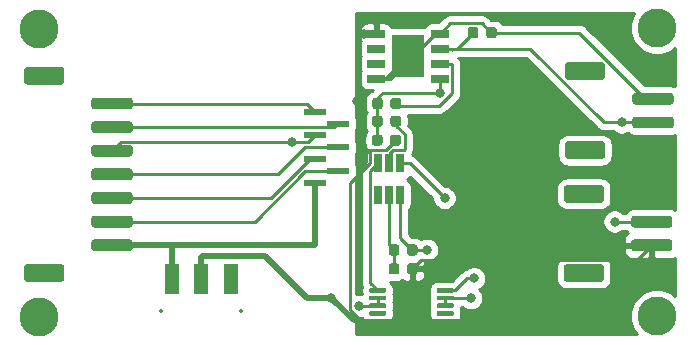
<source format=gbr>
%TF.GenerationSoftware,KiCad,Pcbnew,(5.1.10-1-10_14)*%
%TF.CreationDate,2021-06-10T15:38:40+08:00*%
%TF.ProjectId,network,6e657477-6f72-46b2-9e6b-696361645f70,rev?*%
%TF.SameCoordinates,Original*%
%TF.FileFunction,Copper,L1,Top*%
%TF.FilePolarity,Positive*%
%FSLAX46Y46*%
G04 Gerber Fmt 4.6, Leading zero omitted, Abs format (unit mm)*
G04 Created by KiCad (PCBNEW (5.1.10-1-10_14)) date 2021-06-10 15:38:40*
%MOMM*%
%LPD*%
G01*
G04 APERTURE LIST*
%TA.AperFunction,SMDPad,CuDef*%
%ADD10R,1.950000X0.500000*%
%TD*%
%TA.AperFunction,SMDPad,CuDef*%
%ADD11R,1.250000X2.500000*%
%TD*%
%TA.AperFunction,SMDPad,CuDef*%
%ADD12R,0.650000X1.560000*%
%TD*%
%TA.AperFunction,SMDPad,CuDef*%
%ADD13R,2.700000X3.600000*%
%TD*%
%TA.AperFunction,SMDPad,CuDef*%
%ADD14R,1.500000X0.650000*%
%TD*%
%TA.AperFunction,ViaPad*%
%ADD15C,3.300000*%
%TD*%
%TA.AperFunction,ViaPad*%
%ADD16C,0.800000*%
%TD*%
%TA.AperFunction,Conductor*%
%ADD17C,0.250000*%
%TD*%
%TA.AperFunction,Conductor*%
%ADD18C,0.500000*%
%TD*%
%TA.AperFunction,Conductor*%
%ADD19C,0.254000*%
%TD*%
%TA.AperFunction,Conductor*%
%ADD20C,0.350000*%
%TD*%
%ADD21C,0.350000*%
G04 APERTURE END LIST*
D10*
%TO.P,J4,6*%
%TO.N,/IO35*%
X127075000Y-93900000D03*
%TO.P,J4,4*%
%TO.N,/IO37*%
X127075000Y-91900000D03*
%TO.P,J4,2*%
%TO.N,/IO38*%
X127075000Y-89900000D03*
%TO.P,J4,7*%
%TO.N,+5V*%
X125125000Y-94900000D03*
%TO.P,J4,5*%
%TO.N,/IO36*%
X125125000Y-92900000D03*
%TO.P,J4,3*%
%TO.N,GND*%
X125125000Y-90900000D03*
%TO.P,J4,1*%
%TO.N,/IO39*%
X125125000Y-88900000D03*
%TD*%
D11*
%TO.P,SW1,3*%
%TO.N,N/C*%
X118000000Y-103050000D03*
%TO.P,SW1,2*%
%TO.N,/BAT+*%
X115500000Y-103050000D03*
%TO.P,SW1,1*%
%TO.N,+5V*%
X113000000Y-103050000D03*
%TD*%
%TO.P,J5,MP*%
%TO.N,N/C*%
%TA.AperFunction,SMDPad,CuDef*%
G36*
G01*
X100750000Y-101800000D02*
X103650000Y-101800000D01*
G75*
G02*
X103900000Y-102050000I0J-250000D01*
G01*
X103900000Y-103050000D01*
G75*
G02*
X103650000Y-103300000I-250000J0D01*
G01*
X100750000Y-103300000D01*
G75*
G02*
X100500000Y-103050000I0J250000D01*
G01*
X100500000Y-102050000D01*
G75*
G02*
X100750000Y-101800000I250000J0D01*
G01*
G37*
%TD.AperFunction*%
%TA.AperFunction,SMDPad,CuDef*%
G36*
G01*
X100750000Y-85100000D02*
X103650000Y-85100000D01*
G75*
G02*
X103900000Y-85350000I0J-250000D01*
G01*
X103900000Y-86350000D01*
G75*
G02*
X103650000Y-86600000I-250000J0D01*
G01*
X100750000Y-86600000D01*
G75*
G02*
X100500000Y-86350000I0J250000D01*
G01*
X100500000Y-85350000D01*
G75*
G02*
X100750000Y-85100000I250000J0D01*
G01*
G37*
%TD.AperFunction*%
%TO.P,J5,7*%
%TO.N,+5V*%
%TA.AperFunction,SMDPad,CuDef*%
G36*
G01*
X106450000Y-99700000D02*
X109450000Y-99700000D01*
G75*
G02*
X109700000Y-99950000I0J-250000D01*
G01*
X109700000Y-100450000D01*
G75*
G02*
X109450000Y-100700000I-250000J0D01*
G01*
X106450000Y-100700000D01*
G75*
G02*
X106200000Y-100450000I0J250000D01*
G01*
X106200000Y-99950000D01*
G75*
G02*
X106450000Y-99700000I250000J0D01*
G01*
G37*
%TD.AperFunction*%
%TO.P,J5,6*%
%TO.N,/IO35*%
%TA.AperFunction,SMDPad,CuDef*%
G36*
G01*
X106450000Y-97700000D02*
X109450000Y-97700000D01*
G75*
G02*
X109700000Y-97950000I0J-250000D01*
G01*
X109700000Y-98450000D01*
G75*
G02*
X109450000Y-98700000I-250000J0D01*
G01*
X106450000Y-98700000D01*
G75*
G02*
X106200000Y-98450000I0J250000D01*
G01*
X106200000Y-97950000D01*
G75*
G02*
X106450000Y-97700000I250000J0D01*
G01*
G37*
%TD.AperFunction*%
%TO.P,J5,5*%
%TO.N,/IO36*%
%TA.AperFunction,SMDPad,CuDef*%
G36*
G01*
X106450000Y-95700000D02*
X109450000Y-95700000D01*
G75*
G02*
X109700000Y-95950000I0J-250000D01*
G01*
X109700000Y-96450000D01*
G75*
G02*
X109450000Y-96700000I-250000J0D01*
G01*
X106450000Y-96700000D01*
G75*
G02*
X106200000Y-96450000I0J250000D01*
G01*
X106200000Y-95950000D01*
G75*
G02*
X106450000Y-95700000I250000J0D01*
G01*
G37*
%TD.AperFunction*%
%TO.P,J5,4*%
%TO.N,/IO37*%
%TA.AperFunction,SMDPad,CuDef*%
G36*
G01*
X106450000Y-93700000D02*
X109450000Y-93700000D01*
G75*
G02*
X109700000Y-93950000I0J-250000D01*
G01*
X109700000Y-94450000D01*
G75*
G02*
X109450000Y-94700000I-250000J0D01*
G01*
X106450000Y-94700000D01*
G75*
G02*
X106200000Y-94450000I0J250000D01*
G01*
X106200000Y-93950000D01*
G75*
G02*
X106450000Y-93700000I250000J0D01*
G01*
G37*
%TD.AperFunction*%
%TO.P,J5,3*%
%TO.N,GND*%
%TA.AperFunction,SMDPad,CuDef*%
G36*
G01*
X106450000Y-91700000D02*
X109450000Y-91700000D01*
G75*
G02*
X109700000Y-91950000I0J-250000D01*
G01*
X109700000Y-92450000D01*
G75*
G02*
X109450000Y-92700000I-250000J0D01*
G01*
X106450000Y-92700000D01*
G75*
G02*
X106200000Y-92450000I0J250000D01*
G01*
X106200000Y-91950000D01*
G75*
G02*
X106450000Y-91700000I250000J0D01*
G01*
G37*
%TD.AperFunction*%
%TO.P,J5,2*%
%TO.N,/IO38*%
%TA.AperFunction,SMDPad,CuDef*%
G36*
G01*
X106450000Y-89700000D02*
X109450000Y-89700000D01*
G75*
G02*
X109700000Y-89950000I0J-250000D01*
G01*
X109700000Y-90450000D01*
G75*
G02*
X109450000Y-90700000I-250000J0D01*
G01*
X106450000Y-90700000D01*
G75*
G02*
X106200000Y-90450000I0J250000D01*
G01*
X106200000Y-89950000D01*
G75*
G02*
X106450000Y-89700000I250000J0D01*
G01*
G37*
%TD.AperFunction*%
%TO.P,J5,1*%
%TO.N,/IO39*%
%TA.AperFunction,SMDPad,CuDef*%
G36*
G01*
X106450000Y-87700000D02*
X109450000Y-87700000D01*
G75*
G02*
X109700000Y-87950000I0J-250000D01*
G01*
X109700000Y-88450000D01*
G75*
G02*
X109450000Y-88700000I-250000J0D01*
G01*
X106450000Y-88700000D01*
G75*
G02*
X106200000Y-88450000I0J250000D01*
G01*
X106200000Y-87950000D01*
G75*
G02*
X106450000Y-87700000I250000J0D01*
G01*
G37*
%TD.AperFunction*%
%TD*%
%TO.P,R3,2*%
%TO.N,GND*%
%TA.AperFunction,SMDPad,CuDef*%
G36*
G01*
X130875000Y-89450000D02*
X130875000Y-89950000D01*
G75*
G02*
X130650000Y-90175000I-225000J0D01*
G01*
X130200000Y-90175000D01*
G75*
G02*
X129975000Y-89950000I0J225000D01*
G01*
X129975000Y-89450000D01*
G75*
G02*
X130200000Y-89225000I225000J0D01*
G01*
X130650000Y-89225000D01*
G75*
G02*
X130875000Y-89450000I0J-225000D01*
G01*
G37*
%TD.AperFunction*%
%TO.P,R3,1*%
%TO.N,Net-(R3-Pad1)*%
%TA.AperFunction,SMDPad,CuDef*%
G36*
G01*
X132425000Y-89450000D02*
X132425000Y-89950000D01*
G75*
G02*
X132200000Y-90175000I-225000J0D01*
G01*
X131750000Y-90175000D01*
G75*
G02*
X131525000Y-89950000I0J225000D01*
G01*
X131525000Y-89450000D01*
G75*
G02*
X131750000Y-89225000I225000J0D01*
G01*
X132200000Y-89225000D01*
G75*
G02*
X132425000Y-89450000I0J-225000D01*
G01*
G37*
%TD.AperFunction*%
%TD*%
%TO.P,R2,2*%
%TO.N,Net-(C2-Pad1)*%
%TA.AperFunction,SMDPad,CuDef*%
G36*
G01*
X132275000Y-101950000D02*
X132275000Y-102450000D01*
G75*
G02*
X132050000Y-102675000I-225000J0D01*
G01*
X131600000Y-102675000D01*
G75*
G02*
X131375000Y-102450000I0J225000D01*
G01*
X131375000Y-101950000D01*
G75*
G02*
X131600000Y-101725000I225000J0D01*
G01*
X132050000Y-101725000D01*
G75*
G02*
X132275000Y-101950000I0J-225000D01*
G01*
G37*
%TD.AperFunction*%
%TO.P,R2,1*%
%TO.N,/BAT+*%
%TA.AperFunction,SMDPad,CuDef*%
G36*
G01*
X133825000Y-101950000D02*
X133825000Y-102450000D01*
G75*
G02*
X133600000Y-102675000I-225000J0D01*
G01*
X133150000Y-102675000D01*
G75*
G02*
X132925000Y-102450000I0J225000D01*
G01*
X132925000Y-101950000D01*
G75*
G02*
X133150000Y-101725000I225000J0D01*
G01*
X133600000Y-101725000D01*
G75*
G02*
X133825000Y-101950000I0J-225000D01*
G01*
G37*
%TD.AperFunction*%
%TD*%
%TO.P,R1,2*%
%TO.N,Net-(R1-Pad2)*%
%TA.AperFunction,SMDPad,CuDef*%
G36*
G01*
X131525000Y-88450000D02*
X131525000Y-87950000D01*
G75*
G02*
X131750000Y-87725000I225000J0D01*
G01*
X132200000Y-87725000D01*
G75*
G02*
X132425000Y-87950000I0J-225000D01*
G01*
X132425000Y-88450000D01*
G75*
G02*
X132200000Y-88675000I-225000J0D01*
G01*
X131750000Y-88675000D01*
G75*
G02*
X131525000Y-88450000I0J225000D01*
G01*
G37*
%TD.AperFunction*%
%TO.P,R1,1*%
%TO.N,GND*%
%TA.AperFunction,SMDPad,CuDef*%
G36*
G01*
X129975000Y-88450000D02*
X129975000Y-87950000D01*
G75*
G02*
X130200000Y-87725000I225000J0D01*
G01*
X130650000Y-87725000D01*
G75*
G02*
X130875000Y-87950000I0J-225000D01*
G01*
X130875000Y-88450000D01*
G75*
G02*
X130650000Y-88675000I-225000J0D01*
G01*
X130200000Y-88675000D01*
G75*
G02*
X129975000Y-88450000I0J225000D01*
G01*
G37*
%TD.AperFunction*%
%TD*%
%TO.P,C3,2*%
%TO.N,GND*%
%TA.AperFunction,SMDPad,CuDef*%
G36*
G01*
X130850000Y-91050000D02*
X130850000Y-91550000D01*
G75*
G02*
X130625000Y-91775000I-225000J0D01*
G01*
X130175000Y-91775000D01*
G75*
G02*
X129950000Y-91550000I0J225000D01*
G01*
X129950000Y-91050000D01*
G75*
G02*
X130175000Y-90825000I225000J0D01*
G01*
X130625000Y-90825000D01*
G75*
G02*
X130850000Y-91050000I0J-225000D01*
G01*
G37*
%TD.AperFunction*%
%TO.P,C3,1*%
%TO.N,/BAT+*%
%TA.AperFunction,SMDPad,CuDef*%
G36*
G01*
X132400000Y-91050000D02*
X132400000Y-91550000D01*
G75*
G02*
X132175000Y-91775000I-225000J0D01*
G01*
X131725000Y-91775000D01*
G75*
G02*
X131500000Y-91550000I0J225000D01*
G01*
X131500000Y-91050000D01*
G75*
G02*
X131725000Y-90825000I225000J0D01*
G01*
X132175000Y-90825000D01*
G75*
G02*
X132400000Y-91050000I0J-225000D01*
G01*
G37*
%TD.AperFunction*%
%TD*%
%TO.P,C2,2*%
%TO.N,/BAT-*%
%TA.AperFunction,SMDPad,CuDef*%
G36*
G01*
X132925000Y-100850000D02*
X132925000Y-100350000D01*
G75*
G02*
X133150000Y-100125000I225000J0D01*
G01*
X133600000Y-100125000D01*
G75*
G02*
X133825000Y-100350000I0J-225000D01*
G01*
X133825000Y-100850000D01*
G75*
G02*
X133600000Y-101075000I-225000J0D01*
G01*
X133150000Y-101075000D01*
G75*
G02*
X132925000Y-100850000I0J225000D01*
G01*
G37*
%TD.AperFunction*%
%TO.P,C2,1*%
%TO.N,Net-(C2-Pad1)*%
%TA.AperFunction,SMDPad,CuDef*%
G36*
G01*
X131375000Y-100850000D02*
X131375000Y-100350000D01*
G75*
G02*
X131600000Y-100125000I225000J0D01*
G01*
X132050000Y-100125000D01*
G75*
G02*
X132275000Y-100350000I0J-225000D01*
G01*
X132275000Y-100850000D01*
G75*
G02*
X132050000Y-101075000I-225000J0D01*
G01*
X131600000Y-101075000D01*
G75*
G02*
X131375000Y-100850000I0J225000D01*
G01*
G37*
%TD.AperFunction*%
%TD*%
%TO.P,C1,2*%
%TO.N,GND*%
%TA.AperFunction,SMDPad,CuDef*%
G36*
G01*
X138975000Y-81950000D02*
X138975000Y-82450000D01*
G75*
G02*
X138750000Y-82675000I-225000J0D01*
G01*
X138300000Y-82675000D01*
G75*
G02*
X138075000Y-82450000I0J225000D01*
G01*
X138075000Y-81950000D01*
G75*
G02*
X138300000Y-81725000I225000J0D01*
G01*
X138750000Y-81725000D01*
G75*
G02*
X138975000Y-81950000I0J-225000D01*
G01*
G37*
%TD.AperFunction*%
%TO.P,C1,1*%
%TO.N,/PV+*%
%TA.AperFunction,SMDPad,CuDef*%
G36*
G01*
X140525000Y-81950000D02*
X140525000Y-82450000D01*
G75*
G02*
X140300000Y-82675000I-225000J0D01*
G01*
X139850000Y-82675000D01*
G75*
G02*
X139625000Y-82450000I0J225000D01*
G01*
X139625000Y-81950000D01*
G75*
G02*
X139850000Y-81725000I225000J0D01*
G01*
X140300000Y-81725000D01*
G75*
G02*
X140525000Y-81950000I0J-225000D01*
G01*
G37*
%TD.AperFunction*%
%TD*%
%TO.P,U3,8*%
%TO.N,N/C*%
%TA.AperFunction,SMDPad,CuDef*%
G36*
G01*
X131175000Y-105875000D02*
X131175000Y-106075000D01*
G75*
G02*
X131075000Y-106175000I-100000J0D01*
G01*
X129800000Y-106175000D01*
G75*
G02*
X129700000Y-106075000I0J100000D01*
G01*
X129700000Y-105875000D01*
G75*
G02*
X129800000Y-105775000I100000J0D01*
G01*
X131075000Y-105775000D01*
G75*
G02*
X131175000Y-105875000I0J-100000D01*
G01*
G37*
%TD.AperFunction*%
%TO.P,U3,7*%
%TO.N,GND*%
%TA.AperFunction,SMDPad,CuDef*%
G36*
G01*
X131175000Y-105225000D02*
X131175000Y-105425000D01*
G75*
G02*
X131075000Y-105525000I-100000J0D01*
G01*
X129800000Y-105525000D01*
G75*
G02*
X129700000Y-105425000I0J100000D01*
G01*
X129700000Y-105225000D01*
G75*
G02*
X129800000Y-105125000I100000J0D01*
G01*
X131075000Y-105125000D01*
G75*
G02*
X131175000Y-105225000I0J-100000D01*
G01*
G37*
%TD.AperFunction*%
%TO.P,U3,6*%
%TA.AperFunction,SMDPad,CuDef*%
G36*
G01*
X131175000Y-104575000D02*
X131175000Y-104775000D01*
G75*
G02*
X131075000Y-104875000I-100000J0D01*
G01*
X129800000Y-104875000D01*
G75*
G02*
X129700000Y-104775000I0J100000D01*
G01*
X129700000Y-104575000D01*
G75*
G02*
X129800000Y-104475000I100000J0D01*
G01*
X131075000Y-104475000D01*
G75*
G02*
X131175000Y-104575000I0J-100000D01*
G01*
G37*
%TD.AperFunction*%
%TO.P,U3,5*%
%TO.N,Net-(U2-Pad3)*%
%TA.AperFunction,SMDPad,CuDef*%
G36*
G01*
X131175000Y-103925000D02*
X131175000Y-104125000D01*
G75*
G02*
X131075000Y-104225000I-100000J0D01*
G01*
X129800000Y-104225000D01*
G75*
G02*
X129700000Y-104125000I0J100000D01*
G01*
X129700000Y-103925000D01*
G75*
G02*
X129800000Y-103825000I100000J0D01*
G01*
X131075000Y-103825000D01*
G75*
G02*
X131175000Y-103925000I0J-100000D01*
G01*
G37*
%TD.AperFunction*%
%TO.P,U3,4*%
%TO.N,Net-(U2-Pad1)*%
%TA.AperFunction,SMDPad,CuDef*%
G36*
G01*
X136900000Y-103925000D02*
X136900000Y-104125000D01*
G75*
G02*
X136800000Y-104225000I-100000J0D01*
G01*
X135525000Y-104225000D01*
G75*
G02*
X135425000Y-104125000I0J100000D01*
G01*
X135425000Y-103925000D01*
G75*
G02*
X135525000Y-103825000I100000J0D01*
G01*
X136800000Y-103825000D01*
G75*
G02*
X136900000Y-103925000I0J-100000D01*
G01*
G37*
%TD.AperFunction*%
%TO.P,U3,3*%
%TO.N,/BAT-*%
%TA.AperFunction,SMDPad,CuDef*%
G36*
G01*
X136900000Y-104575000D02*
X136900000Y-104775000D01*
G75*
G02*
X136800000Y-104875000I-100000J0D01*
G01*
X135525000Y-104875000D01*
G75*
G02*
X135425000Y-104775000I0J100000D01*
G01*
X135425000Y-104575000D01*
G75*
G02*
X135525000Y-104475000I100000J0D01*
G01*
X136800000Y-104475000D01*
G75*
G02*
X136900000Y-104575000I0J-100000D01*
G01*
G37*
%TD.AperFunction*%
%TO.P,U3,2*%
%TA.AperFunction,SMDPad,CuDef*%
G36*
G01*
X136900000Y-105225000D02*
X136900000Y-105425000D01*
G75*
G02*
X136800000Y-105525000I-100000J0D01*
G01*
X135525000Y-105525000D01*
G75*
G02*
X135425000Y-105425000I0J100000D01*
G01*
X135425000Y-105225000D01*
G75*
G02*
X135525000Y-105125000I100000J0D01*
G01*
X136800000Y-105125000D01*
G75*
G02*
X136900000Y-105225000I0J-100000D01*
G01*
G37*
%TD.AperFunction*%
%TO.P,U3,1*%
%TO.N,N/C*%
%TA.AperFunction,SMDPad,CuDef*%
G36*
G01*
X136900000Y-105875000D02*
X136900000Y-106075000D01*
G75*
G02*
X136800000Y-106175000I-100000J0D01*
G01*
X135525000Y-106175000D01*
G75*
G02*
X135425000Y-106075000I0J100000D01*
G01*
X135425000Y-105875000D01*
G75*
G02*
X135525000Y-105775000I100000J0D01*
G01*
X136800000Y-105775000D01*
G75*
G02*
X136900000Y-105875000I0J-100000D01*
G01*
G37*
%TD.AperFunction*%
%TD*%
D12*
%TO.P,U2,5*%
%TO.N,Net-(C2-Pad1)*%
X131400000Y-95950000D03*
%TO.P,U2,6*%
%TO.N,/BAT-*%
X132350000Y-95950000D03*
%TO.P,U2,4*%
%TO.N,N/C*%
X130450000Y-95950000D03*
%TO.P,U2,3*%
%TO.N,Net-(U2-Pad3)*%
X130450000Y-93250000D03*
%TO.P,U2,2*%
%TO.N,Net-(R3-Pad1)*%
X131400000Y-93250000D03*
%TO.P,U2,1*%
%TO.N,Net-(U2-Pad1)*%
X132350000Y-93250000D03*
%TD*%
D13*
%TO.P,U1,9*%
%TO.N,/PV+*%
X133000000Y-84200000D03*
D14*
%TO.P,U1,8*%
X130300000Y-86105000D03*
%TO.P,U1,7*%
%TO.N,N/C*%
X130300000Y-84835000D03*
%TO.P,U1,6*%
X130300000Y-83565000D03*
%TO.P,U1,5*%
%TO.N,/BAT+*%
X130300000Y-82295000D03*
%TO.P,U1,4*%
%TO.N,/PV+*%
X135700000Y-82295000D03*
%TO.P,U1,3*%
%TO.N,GND*%
X135700000Y-83565000D03*
%TO.P,U1,2*%
%TO.N,Net-(R1-Pad2)*%
X135700000Y-84835000D03*
%TO.P,U1,1*%
%TO.N,GND*%
X135700000Y-86105000D03*
%TD*%
%TO.P,J3,MP*%
%TO.N,N/C*%
%TA.AperFunction,SMDPad,CuDef*%
G36*
G01*
X146550000Y-91400000D02*
X149450000Y-91400000D01*
G75*
G02*
X149700000Y-91650000I0J-250000D01*
G01*
X149700000Y-92650000D01*
G75*
G02*
X149450000Y-92900000I-250000J0D01*
G01*
X146550000Y-92900000D01*
G75*
G02*
X146300000Y-92650000I0J250000D01*
G01*
X146300000Y-91650000D01*
G75*
G02*
X146550000Y-91400000I250000J0D01*
G01*
G37*
%TD.AperFunction*%
%TA.AperFunction,SMDPad,CuDef*%
G36*
G01*
X146550000Y-84700000D02*
X149450000Y-84700000D01*
G75*
G02*
X149700000Y-84950000I0J-250000D01*
G01*
X149700000Y-85950000D01*
G75*
G02*
X149450000Y-86200000I-250000J0D01*
G01*
X146550000Y-86200000D01*
G75*
G02*
X146300000Y-85950000I0J250000D01*
G01*
X146300000Y-84950000D01*
G75*
G02*
X146550000Y-84700000I250000J0D01*
G01*
G37*
%TD.AperFunction*%
%TO.P,J3,2*%
%TO.N,GND*%
%TA.AperFunction,SMDPad,CuDef*%
G36*
G01*
X152250000Y-89300000D02*
X155250000Y-89300000D01*
G75*
G02*
X155500000Y-89550000I0J-250000D01*
G01*
X155500000Y-90050000D01*
G75*
G02*
X155250000Y-90300000I-250000J0D01*
G01*
X152250000Y-90300000D01*
G75*
G02*
X152000000Y-90050000I0J250000D01*
G01*
X152000000Y-89550000D01*
G75*
G02*
X152250000Y-89300000I250000J0D01*
G01*
G37*
%TD.AperFunction*%
%TO.P,J3,1*%
%TO.N,/PV+*%
%TA.AperFunction,SMDPad,CuDef*%
G36*
G01*
X152250000Y-87300000D02*
X155250000Y-87300000D01*
G75*
G02*
X155500000Y-87550000I0J-250000D01*
G01*
X155500000Y-88050000D01*
G75*
G02*
X155250000Y-88300000I-250000J0D01*
G01*
X152250000Y-88300000D01*
G75*
G02*
X152000000Y-88050000I0J250000D01*
G01*
X152000000Y-87550000D01*
G75*
G02*
X152250000Y-87300000I250000J0D01*
G01*
G37*
%TD.AperFunction*%
%TD*%
%TO.P,J1,MP*%
%TO.N,N/C*%
%TA.AperFunction,SMDPad,CuDef*%
G36*
G01*
X146450000Y-101800000D02*
X149350000Y-101800000D01*
G75*
G02*
X149600000Y-102050000I0J-250000D01*
G01*
X149600000Y-103050000D01*
G75*
G02*
X149350000Y-103300000I-250000J0D01*
G01*
X146450000Y-103300000D01*
G75*
G02*
X146200000Y-103050000I0J250000D01*
G01*
X146200000Y-102050000D01*
G75*
G02*
X146450000Y-101800000I250000J0D01*
G01*
G37*
%TD.AperFunction*%
%TA.AperFunction,SMDPad,CuDef*%
G36*
G01*
X146450000Y-95100000D02*
X149350000Y-95100000D01*
G75*
G02*
X149600000Y-95350000I0J-250000D01*
G01*
X149600000Y-96350000D01*
G75*
G02*
X149350000Y-96600000I-250000J0D01*
G01*
X146450000Y-96600000D01*
G75*
G02*
X146200000Y-96350000I0J250000D01*
G01*
X146200000Y-95350000D01*
G75*
G02*
X146450000Y-95100000I250000J0D01*
G01*
G37*
%TD.AperFunction*%
%TO.P,J1,2*%
%TO.N,/BAT+*%
%TA.AperFunction,SMDPad,CuDef*%
G36*
G01*
X152150000Y-99700000D02*
X155150000Y-99700000D01*
G75*
G02*
X155400000Y-99950000I0J-250000D01*
G01*
X155400000Y-100450000D01*
G75*
G02*
X155150000Y-100700000I-250000J0D01*
G01*
X152150000Y-100700000D01*
G75*
G02*
X151900000Y-100450000I0J250000D01*
G01*
X151900000Y-99950000D01*
G75*
G02*
X152150000Y-99700000I250000J0D01*
G01*
G37*
%TD.AperFunction*%
%TO.P,J1,1*%
%TO.N,/BAT-*%
%TA.AperFunction,SMDPad,CuDef*%
G36*
G01*
X152150000Y-97700000D02*
X155150000Y-97700000D01*
G75*
G02*
X155400000Y-97950000I0J-250000D01*
G01*
X155400000Y-98450000D01*
G75*
G02*
X155150000Y-98700000I-250000J0D01*
G01*
X152150000Y-98700000D01*
G75*
G02*
X151900000Y-98450000I0J250000D01*
G01*
X151900000Y-97950000D01*
G75*
G02*
X152150000Y-97700000I250000J0D01*
G01*
G37*
%TD.AperFunction*%
%TD*%
D15*
%TO.N,*%
X101800000Y-81900000D03*
X101800000Y-106300000D03*
X154100000Y-81800000D03*
X154100000Y-106200000D03*
D16*
%TO.N,GND*%
X135700000Y-87300000D03*
X151100000Y-89800000D03*
X128825000Y-105325000D03*
X123150010Y-91449990D03*
%TO.N,/BAT+*%
X129300000Y-82295000D03*
X128700000Y-88000000D03*
X126525001Y-104625001D03*
X149649999Y-106050001D03*
X139425010Y-101474990D03*
%TO.N,/BAT-*%
X138325000Y-104675000D03*
X150500000Y-98200000D03*
X134600000Y-100600000D03*
%TO.N,Net-(U2-Pad1)*%
X138600000Y-103000000D03*
X136100000Y-96200000D03*
%TD*%
D17*
%TO.N,GND*%
X130437500Y-105325000D02*
X130437500Y-104675000D01*
X130425000Y-88400000D02*
X130425000Y-89800000D01*
X130425000Y-91275000D02*
X130400000Y-91300000D01*
X130425000Y-89800000D02*
X130425000Y-91275000D01*
X135700000Y-86105000D02*
X135700000Y-87300000D01*
X136090002Y-86105000D02*
X135700000Y-86105000D01*
X136700000Y-83565000D02*
X136775001Y-83640001D01*
X135700000Y-83565000D02*
X136700000Y-83565000D01*
X137160000Y-83565000D02*
X138525000Y-82200000D01*
X135700000Y-83565000D02*
X137160000Y-83565000D01*
X153750000Y-89800000D02*
X151100000Y-89800000D01*
X130437500Y-105325000D02*
X128825000Y-105325000D01*
X149586810Y-89800000D02*
X151100000Y-89800000D01*
X143351810Y-83565000D02*
X149586810Y-89800000D01*
X135700000Y-83565000D02*
X143351810Y-83565000D01*
X130400000Y-91300000D02*
X130400000Y-88626998D01*
X107950000Y-92200000D02*
X109100000Y-92200000D01*
X124575010Y-91449990D02*
X125125000Y-90900000D01*
X108700010Y-91449990D02*
X123150010Y-91449990D01*
X107950000Y-92200000D02*
X108700010Y-91449990D01*
X123150010Y-91449990D02*
X124575010Y-91449990D01*
X130425000Y-87725000D02*
X130850000Y-87300000D01*
X130850000Y-87300000D02*
X135700000Y-87300000D01*
X130425000Y-88200000D02*
X130425000Y-87725000D01*
%TO.N,/BAT+*%
X134100010Y-101474990D02*
X139425010Y-101474990D01*
X133375000Y-102200000D02*
X134100010Y-101474990D01*
X131149990Y-92100010D02*
X131950000Y-91300000D01*
X129400010Y-92100010D02*
X131149990Y-92100010D01*
X130300000Y-82295000D02*
X129300000Y-82295000D01*
X129300000Y-82295000D02*
X129300000Y-82295000D01*
X126525001Y-104625001D02*
X126525001Y-104625001D01*
X149649999Y-104200001D02*
X152975000Y-100875000D01*
X149649999Y-106050001D02*
X149649999Y-104200001D01*
X152975000Y-100875000D02*
X153650000Y-100200000D01*
X152375010Y-101474990D02*
X152975000Y-100875000D01*
X139425010Y-101474990D02*
X152375010Y-101474990D01*
X128927008Y-106500010D02*
X149199990Y-106500010D01*
X131128589Y-92144999D02*
X129864999Y-92144999D01*
X128099999Y-105673001D02*
X128927008Y-106500010D01*
X131950000Y-91300000D02*
X131950000Y-91323588D01*
X128900000Y-90400000D02*
X128700000Y-90200000D01*
X128900000Y-91600000D02*
X128900000Y-90400000D01*
X128700000Y-88000000D02*
X128700000Y-90200000D01*
X128900000Y-91600000D02*
X129400010Y-92100010D01*
D18*
X115500000Y-101200000D02*
X115500000Y-103050000D01*
D17*
X115600000Y-101100000D02*
X115500000Y-101200000D01*
D18*
X120900000Y-101100000D02*
X115600000Y-101100000D01*
X124425001Y-104625001D02*
X120900000Y-101100000D01*
X126525001Y-104625001D02*
X124425001Y-104625001D01*
D17*
X128400010Y-106500010D02*
X149199990Y-106500010D01*
X149199990Y-106500010D02*
X149649999Y-106050001D01*
D18*
X126525001Y-104625001D02*
X128400010Y-106500010D01*
D17*
X131173578Y-92100010D02*
X131536794Y-91736794D01*
X129909988Y-92100010D02*
X131173578Y-92100010D01*
X129799999Y-92209999D02*
X129909988Y-92100010D01*
X129799999Y-93263591D02*
X129799999Y-92209999D01*
X128099999Y-94963591D02*
X129799999Y-93263591D01*
X128099999Y-105673001D02*
X128099999Y-94963591D01*
X131536794Y-91736794D02*
X131128589Y-92144999D01*
X131950000Y-91323588D02*
X131536794Y-91736794D01*
%TO.N,/BAT-*%
X136162500Y-104675000D02*
X136162500Y-105325000D01*
X136162500Y-104675000D02*
X138325000Y-104675000D01*
X138325000Y-104675000D02*
X138300000Y-104700000D01*
X138325000Y-104675000D02*
X138325000Y-104675000D01*
X153650000Y-98200000D02*
X150500000Y-98200000D01*
X133375000Y-100600000D02*
X134600000Y-100600000D01*
X132350000Y-99575000D02*
X133375000Y-100600000D01*
X132350000Y-95950000D02*
X132350000Y-99575000D01*
%TO.N,/PV+*%
X135110000Y-82295000D02*
X135700000Y-82295000D01*
X139274990Y-81399990D02*
X140075000Y-82200000D01*
X136595010Y-81399990D02*
X139274990Y-81399990D01*
X135700000Y-82295000D02*
X136595010Y-81399990D01*
X153113190Y-87800000D02*
X153750000Y-87800000D01*
X147513190Y-82200000D02*
X153113190Y-87800000D01*
X140075000Y-82200000D02*
X147513190Y-82200000D01*
X135309998Y-82295000D02*
X135700000Y-82295000D01*
X131499998Y-86105000D02*
X135309998Y-82295000D01*
X130300000Y-86105000D02*
X131499998Y-86105000D01*
X131095000Y-86105000D02*
X133000000Y-84200000D01*
X130300000Y-86105000D02*
X131095000Y-86105000D01*
%TO.N,Net-(U2-Pad3)*%
X129799999Y-93900001D02*
X130450000Y-93250000D01*
X129799999Y-103387499D02*
X129799999Y-93900001D01*
X130437500Y-104025000D02*
X129799999Y-103387499D01*
%TO.N,Net-(U2-Pad1)*%
X136162500Y-104025000D02*
X136975000Y-104025000D01*
X136975000Y-104025000D02*
X138000000Y-103000000D01*
X138000000Y-103000000D02*
X138600000Y-103000000D01*
X138600000Y-103000000D02*
X138600000Y-103000000D01*
X132350000Y-93250000D02*
X133150000Y-93250000D01*
X133150000Y-93250000D02*
X136100000Y-96200000D01*
X136100000Y-96200000D02*
X136100000Y-96200000D01*
%TO.N,Net-(C2-Pad1)*%
X131400000Y-100175000D02*
X131825000Y-100600000D01*
X131400000Y-95950000D02*
X131400000Y-100175000D01*
X131825000Y-100600000D02*
X131825000Y-102200000D01*
%TO.N,Net-(R1-Pad2)*%
X135673002Y-88400000D02*
X131975000Y-88400000D01*
X136775001Y-87298001D02*
X135673002Y-88400000D01*
X136700000Y-84835000D02*
X136775001Y-84910001D01*
X136775001Y-84910001D02*
X136775001Y-87298001D01*
X135700000Y-84835000D02*
X136700000Y-84835000D01*
%TO.N,Net-(R3-Pad1)*%
X131400000Y-92509998D02*
X131400000Y-93250000D01*
X131764999Y-92144999D02*
X131400000Y-92509998D01*
X132725010Y-92074990D02*
X132655001Y-92144999D01*
X132655001Y-92144999D02*
X131764999Y-92144999D01*
X131975000Y-90072166D02*
X132725010Y-90822176D01*
X132725010Y-90822176D02*
X132725010Y-92074990D01*
X131975000Y-89800000D02*
X131975000Y-90072166D01*
%TO.N,+5V*%
X108600000Y-100200000D02*
X107950000Y-100200000D01*
D18*
X113000000Y-103050000D02*
X113000000Y-100200000D01*
X107950000Y-100200000D02*
X113000000Y-100200000D01*
D17*
X113000000Y-103050000D02*
X113000000Y-101550000D01*
D18*
X113000000Y-100200000D02*
X125100000Y-100200000D01*
D17*
X125100000Y-94925000D02*
X125125000Y-94900000D01*
D18*
X125100000Y-100200000D02*
X125100000Y-94925000D01*
D17*
%TO.N,/IO35*%
X124314998Y-93900000D02*
X127075000Y-93900000D01*
X120014998Y-98200000D02*
X124314998Y-93900000D01*
X107950000Y-98200000D02*
X120014998Y-98200000D01*
%TO.N,/IO36*%
X124678588Y-92900000D02*
X125125000Y-92900000D01*
X121378588Y-96200000D02*
X124678588Y-92900000D01*
X107950000Y-96200000D02*
X121378588Y-96200000D01*
%TO.N,/IO37*%
X124314998Y-91900000D02*
X127075000Y-91900000D01*
X122014998Y-94200000D02*
X124314998Y-91900000D01*
X107950000Y-94200000D02*
X122014998Y-94200000D01*
%TO.N,/IO38*%
X126775000Y-90200000D02*
X127075000Y-89900000D01*
X107950000Y-90200000D02*
X126775000Y-90200000D01*
%TO.N,/IO39*%
X124425000Y-88200000D02*
X125125000Y-88900000D01*
X107950000Y-88200000D02*
X124425000Y-88200000D01*
%TD*%
D19*
%TO.N,/BAT+*%
X149023011Y-90311003D02*
X149046809Y-90340001D01*
X149075807Y-90363799D01*
X149162534Y-90434974D01*
X149294563Y-90505546D01*
X149437824Y-90549003D01*
X149586810Y-90563677D01*
X149624143Y-90560000D01*
X150396289Y-90560000D01*
X150440226Y-90603937D01*
X150609744Y-90717205D01*
X150798102Y-90795226D01*
X150998061Y-90835000D01*
X151201939Y-90835000D01*
X151401898Y-90795226D01*
X151590256Y-90717205D01*
X151634133Y-90687888D01*
X151756614Y-90788405D01*
X151910150Y-90870472D01*
X152076746Y-90921008D01*
X152250000Y-90938072D01*
X155250000Y-90938072D01*
X155423254Y-90921008D01*
X155589850Y-90870472D01*
X155615000Y-90857029D01*
X155615001Y-97196423D01*
X155489850Y-97129528D01*
X155323254Y-97078992D01*
X155150000Y-97061928D01*
X152150000Y-97061928D01*
X151976746Y-97078992D01*
X151810150Y-97129528D01*
X151656614Y-97211595D01*
X151522038Y-97322038D01*
X151425230Y-97440000D01*
X151203711Y-97440000D01*
X151159774Y-97396063D01*
X150990256Y-97282795D01*
X150801898Y-97204774D01*
X150601939Y-97165000D01*
X150398061Y-97165000D01*
X150198102Y-97204774D01*
X150009744Y-97282795D01*
X149840226Y-97396063D01*
X149696063Y-97540226D01*
X149582795Y-97709744D01*
X149504774Y-97898102D01*
X149465000Y-98098061D01*
X149465000Y-98301939D01*
X149504774Y-98501898D01*
X149582795Y-98690256D01*
X149696063Y-98859774D01*
X149840226Y-99003937D01*
X150009744Y-99117205D01*
X150198102Y-99195226D01*
X150398061Y-99235000D01*
X150601939Y-99235000D01*
X150801898Y-99195226D01*
X150990256Y-99117205D01*
X151159774Y-99003937D01*
X151203711Y-98960000D01*
X151425230Y-98960000D01*
X151522038Y-99077962D01*
X151598813Y-99140969D01*
X151545506Y-99169463D01*
X151448815Y-99248815D01*
X151369463Y-99345506D01*
X151310498Y-99455820D01*
X151274188Y-99575518D01*
X151261928Y-99700000D01*
X151265000Y-99914250D01*
X151423750Y-100073000D01*
X153523000Y-100073000D01*
X153523000Y-100053000D01*
X153777000Y-100053000D01*
X153777000Y-100073000D01*
X153797000Y-100073000D01*
X153797000Y-100327000D01*
X153777000Y-100327000D01*
X153777000Y-101176250D01*
X153935750Y-101335000D01*
X155400000Y-101338072D01*
X155524482Y-101325812D01*
X155615001Y-101298353D01*
X155615001Y-104483523D01*
X155556603Y-104425125D01*
X155182353Y-104175059D01*
X154766510Y-104002811D01*
X154325053Y-103915000D01*
X153874947Y-103915000D01*
X153433490Y-104002811D01*
X153017647Y-104175059D01*
X152643397Y-104425125D01*
X152325125Y-104743397D01*
X152075059Y-105117647D01*
X151902811Y-105533490D01*
X151815000Y-105974947D01*
X151815000Y-106425053D01*
X151902811Y-106866510D01*
X152075059Y-107282353D01*
X152325125Y-107656603D01*
X152383522Y-107715000D01*
X128627000Y-107715000D01*
X128627000Y-106340892D01*
X128723061Y-106360000D01*
X128926939Y-106360000D01*
X129107962Y-106323993D01*
X129118110Y-106357448D01*
X129186316Y-106485051D01*
X129278104Y-106596896D01*
X129389949Y-106688684D01*
X129517552Y-106756890D01*
X129656009Y-106798890D01*
X129800000Y-106813072D01*
X131075000Y-106813072D01*
X131218991Y-106798890D01*
X131357448Y-106756890D01*
X131485051Y-106688684D01*
X131596896Y-106596896D01*
X131688684Y-106485051D01*
X131756890Y-106357448D01*
X131798890Y-106218991D01*
X131813072Y-106075000D01*
X131813072Y-105875000D01*
X131798890Y-105731009D01*
X131774316Y-105650000D01*
X131798890Y-105568991D01*
X131813072Y-105425000D01*
X131813072Y-105225000D01*
X131798890Y-105081009D01*
X131774316Y-105000000D01*
X131798890Y-104918991D01*
X131813072Y-104775000D01*
X131813072Y-104575000D01*
X131798890Y-104431009D01*
X131774316Y-104350000D01*
X131798890Y-104268991D01*
X131813072Y-104125000D01*
X131813072Y-103925000D01*
X134786928Y-103925000D01*
X134786928Y-104125000D01*
X134801110Y-104268991D01*
X134825684Y-104350000D01*
X134801110Y-104431009D01*
X134786928Y-104575000D01*
X134786928Y-104775000D01*
X134801110Y-104918991D01*
X134825684Y-105000000D01*
X134801110Y-105081009D01*
X134786928Y-105225000D01*
X134786928Y-105425000D01*
X134801110Y-105568991D01*
X134825684Y-105650000D01*
X134801110Y-105731009D01*
X134786928Y-105875000D01*
X134786928Y-106075000D01*
X134801110Y-106218991D01*
X134843110Y-106357448D01*
X134911316Y-106485051D01*
X135003104Y-106596896D01*
X135114949Y-106688684D01*
X135242552Y-106756890D01*
X135381009Y-106798890D01*
X135525000Y-106813072D01*
X136800000Y-106813072D01*
X136943991Y-106798890D01*
X137082448Y-106756890D01*
X137210051Y-106688684D01*
X137321896Y-106596896D01*
X137413684Y-106485051D01*
X137481890Y-106357448D01*
X137523890Y-106218991D01*
X137538072Y-106075000D01*
X137538072Y-105875000D01*
X137523890Y-105731009D01*
X137499316Y-105650000D01*
X137523890Y-105568991D01*
X137537087Y-105435000D01*
X137621289Y-105435000D01*
X137665226Y-105478937D01*
X137834744Y-105592205D01*
X138023102Y-105670226D01*
X138223061Y-105710000D01*
X138426939Y-105710000D01*
X138626898Y-105670226D01*
X138815256Y-105592205D01*
X138984774Y-105478937D01*
X139128937Y-105334774D01*
X139242205Y-105165256D01*
X139320226Y-104976898D01*
X139360000Y-104776939D01*
X139360000Y-104573061D01*
X139320226Y-104373102D01*
X139242205Y-104184744D01*
X139128937Y-104015226D01*
X139048296Y-103934585D01*
X139090256Y-103917205D01*
X139259774Y-103803937D01*
X139403937Y-103659774D01*
X139517205Y-103490256D01*
X139595226Y-103301898D01*
X139635000Y-103101939D01*
X139635000Y-102898061D01*
X139595226Y-102698102D01*
X139517205Y-102509744D01*
X139403937Y-102340226D01*
X139259774Y-102196063D01*
X139090256Y-102082795D01*
X139011083Y-102050000D01*
X145561928Y-102050000D01*
X145561928Y-103050000D01*
X145578992Y-103223254D01*
X145629528Y-103389850D01*
X145711595Y-103543386D01*
X145822038Y-103677962D01*
X145956614Y-103788405D01*
X146110150Y-103870472D01*
X146276746Y-103921008D01*
X146450000Y-103938072D01*
X149350000Y-103938072D01*
X149523254Y-103921008D01*
X149689850Y-103870472D01*
X149843386Y-103788405D01*
X149977962Y-103677962D01*
X150088405Y-103543386D01*
X150170472Y-103389850D01*
X150221008Y-103223254D01*
X150238072Y-103050000D01*
X150238072Y-102050000D01*
X150221008Y-101876746D01*
X150170472Y-101710150D01*
X150088405Y-101556614D01*
X149977962Y-101422038D01*
X149843386Y-101311595D01*
X149689850Y-101229528D01*
X149523254Y-101178992D01*
X149350000Y-101161928D01*
X146450000Y-101161928D01*
X146276746Y-101178992D01*
X146110150Y-101229528D01*
X145956614Y-101311595D01*
X145822038Y-101422038D01*
X145711595Y-101556614D01*
X145629528Y-101710150D01*
X145578992Y-101876746D01*
X145561928Y-102050000D01*
X139011083Y-102050000D01*
X138901898Y-102004774D01*
X138701939Y-101965000D01*
X138498061Y-101965000D01*
X138298102Y-102004774D01*
X138109744Y-102082795D01*
X137940226Y-102196063D01*
X137889037Y-102247252D01*
X137851014Y-102250997D01*
X137707753Y-102294454D01*
X137575723Y-102365026D01*
X137492083Y-102433668D01*
X137459999Y-102459999D01*
X137436201Y-102488997D01*
X136738271Y-103186928D01*
X135525000Y-103186928D01*
X135381009Y-103201110D01*
X135242552Y-103243110D01*
X135114949Y-103311316D01*
X135003104Y-103403104D01*
X134911316Y-103514949D01*
X134843110Y-103642552D01*
X134801110Y-103781009D01*
X134786928Y-103925000D01*
X131813072Y-103925000D01*
X131798890Y-103781009D01*
X131756890Y-103642552D01*
X131688684Y-103514949D01*
X131596896Y-103403104D01*
X131485051Y-103311316D01*
X131463113Y-103299590D01*
X131600000Y-103313072D01*
X132050000Y-103313072D01*
X132218377Y-103296488D01*
X132380283Y-103247375D01*
X132526351Y-103169300D01*
X132570506Y-103205537D01*
X132680820Y-103264502D01*
X132800518Y-103300812D01*
X132925000Y-103313072D01*
X133089250Y-103310000D01*
X133248000Y-103151250D01*
X133248000Y-102327000D01*
X133502000Y-102327000D01*
X133502000Y-103151250D01*
X133660750Y-103310000D01*
X133825000Y-103313072D01*
X133949482Y-103300812D01*
X134069180Y-103264502D01*
X134179494Y-103205537D01*
X134276185Y-103126185D01*
X134355537Y-103029494D01*
X134414502Y-102919180D01*
X134450812Y-102799482D01*
X134463072Y-102675000D01*
X134460000Y-102485750D01*
X134301250Y-102327000D01*
X133502000Y-102327000D01*
X133248000Y-102327000D01*
X133228000Y-102327000D01*
X133228000Y-102073000D01*
X133248000Y-102073000D01*
X133248000Y-102053000D01*
X133502000Y-102053000D01*
X133502000Y-102073000D01*
X134301250Y-102073000D01*
X134460000Y-101914250D01*
X134463072Y-101725000D01*
X134453332Y-101626103D01*
X134498061Y-101635000D01*
X134701939Y-101635000D01*
X134901898Y-101595226D01*
X135090256Y-101517205D01*
X135259774Y-101403937D01*
X135403937Y-101259774D01*
X135517205Y-101090256D01*
X135595226Y-100901898D01*
X135635000Y-100701939D01*
X135635000Y-100700000D01*
X151261928Y-100700000D01*
X151274188Y-100824482D01*
X151310498Y-100944180D01*
X151369463Y-101054494D01*
X151448815Y-101151185D01*
X151545506Y-101230537D01*
X151655820Y-101289502D01*
X151775518Y-101325812D01*
X151900000Y-101338072D01*
X153364250Y-101335000D01*
X153523000Y-101176250D01*
X153523000Y-100327000D01*
X151423750Y-100327000D01*
X151265000Y-100485750D01*
X151261928Y-100700000D01*
X135635000Y-100700000D01*
X135635000Y-100498061D01*
X135595226Y-100298102D01*
X135517205Y-100109744D01*
X135403937Y-99940226D01*
X135259774Y-99796063D01*
X135090256Y-99682795D01*
X134901898Y-99604774D01*
X134701939Y-99565000D01*
X134498061Y-99565000D01*
X134298102Y-99604774D01*
X134130466Y-99674211D01*
X134079497Y-99632382D01*
X133930283Y-99552625D01*
X133768377Y-99503512D01*
X133600000Y-99486928D01*
X133336729Y-99486928D01*
X133110000Y-99260199D01*
X133110000Y-97194468D01*
X133126185Y-97181185D01*
X133205537Y-97084494D01*
X133264502Y-96974180D01*
X133300812Y-96854482D01*
X133313072Y-96730000D01*
X133313072Y-95170000D01*
X133300812Y-95045518D01*
X133264502Y-94925820D01*
X133205537Y-94815506D01*
X133126185Y-94718815D01*
X133029494Y-94639463D01*
X132955665Y-94600000D01*
X133029494Y-94560537D01*
X133126185Y-94481185D01*
X133205537Y-94384494D01*
X133206985Y-94381786D01*
X135065000Y-96239802D01*
X135065000Y-96301939D01*
X135104774Y-96501898D01*
X135182795Y-96690256D01*
X135296063Y-96859774D01*
X135440226Y-97003937D01*
X135609744Y-97117205D01*
X135798102Y-97195226D01*
X135998061Y-97235000D01*
X136201939Y-97235000D01*
X136401898Y-97195226D01*
X136590256Y-97117205D01*
X136759774Y-97003937D01*
X136903937Y-96859774D01*
X137017205Y-96690256D01*
X137095226Y-96501898D01*
X137135000Y-96301939D01*
X137135000Y-96098061D01*
X137095226Y-95898102D01*
X137017205Y-95709744D01*
X136903937Y-95540226D01*
X136759774Y-95396063D01*
X136690836Y-95350000D01*
X145561928Y-95350000D01*
X145561928Y-96350000D01*
X145578992Y-96523254D01*
X145629528Y-96689850D01*
X145711595Y-96843386D01*
X145822038Y-96977962D01*
X145956614Y-97088405D01*
X146110150Y-97170472D01*
X146276746Y-97221008D01*
X146450000Y-97238072D01*
X149350000Y-97238072D01*
X149523254Y-97221008D01*
X149689850Y-97170472D01*
X149843386Y-97088405D01*
X149977962Y-96977962D01*
X150088405Y-96843386D01*
X150170472Y-96689850D01*
X150221008Y-96523254D01*
X150238072Y-96350000D01*
X150238072Y-95350000D01*
X150221008Y-95176746D01*
X150170472Y-95010150D01*
X150088405Y-94856614D01*
X149977962Y-94722038D01*
X149843386Y-94611595D01*
X149689850Y-94529528D01*
X149523254Y-94478992D01*
X149350000Y-94461928D01*
X146450000Y-94461928D01*
X146276746Y-94478992D01*
X146110150Y-94529528D01*
X145956614Y-94611595D01*
X145822038Y-94722038D01*
X145711595Y-94856614D01*
X145629528Y-95010150D01*
X145578992Y-95176746D01*
X145561928Y-95350000D01*
X136690836Y-95350000D01*
X136590256Y-95282795D01*
X136401898Y-95204774D01*
X136201939Y-95165000D01*
X136139802Y-95165000D01*
X133713804Y-92739003D01*
X133690001Y-92709999D01*
X133574276Y-92615026D01*
X133442247Y-92544454D01*
X133346688Y-92515467D01*
X133359984Y-92499266D01*
X133430556Y-92367237D01*
X133474013Y-92223976D01*
X133485010Y-92112323D01*
X133485010Y-92112315D01*
X133488686Y-92074990D01*
X133485010Y-92037665D01*
X133485010Y-91650000D01*
X145661928Y-91650000D01*
X145661928Y-92650000D01*
X145678992Y-92823254D01*
X145729528Y-92989850D01*
X145811595Y-93143386D01*
X145922038Y-93277962D01*
X146056614Y-93388405D01*
X146210150Y-93470472D01*
X146376746Y-93521008D01*
X146550000Y-93538072D01*
X149450000Y-93538072D01*
X149623254Y-93521008D01*
X149789850Y-93470472D01*
X149943386Y-93388405D01*
X150077962Y-93277962D01*
X150188405Y-93143386D01*
X150270472Y-92989850D01*
X150321008Y-92823254D01*
X150338072Y-92650000D01*
X150338072Y-91650000D01*
X150321008Y-91476746D01*
X150270472Y-91310150D01*
X150188405Y-91156614D01*
X150077962Y-91022038D01*
X149943386Y-90911595D01*
X149789850Y-90829528D01*
X149623254Y-90778992D01*
X149450000Y-90761928D01*
X146550000Y-90761928D01*
X146376746Y-90778992D01*
X146210150Y-90829528D01*
X146056614Y-90911595D01*
X145922038Y-91022038D01*
X145811595Y-91156614D01*
X145729528Y-91310150D01*
X145678992Y-91476746D01*
X145661928Y-91650000D01*
X133485010Y-91650000D01*
X133485010Y-90859498D01*
X133488686Y-90822175D01*
X133485010Y-90784852D01*
X133485010Y-90784843D01*
X133474013Y-90673190D01*
X133430556Y-90529929D01*
X133359984Y-90397900D01*
X133265011Y-90282175D01*
X133236014Y-90258378D01*
X133050928Y-90073293D01*
X133063072Y-89950000D01*
X133063072Y-89450000D01*
X133046488Y-89281623D01*
X133009595Y-89160000D01*
X135635680Y-89160000D01*
X135673002Y-89163676D01*
X135710324Y-89160000D01*
X135710335Y-89160000D01*
X135821988Y-89149003D01*
X135965249Y-89105546D01*
X136097278Y-89034974D01*
X136213003Y-88940001D01*
X136236806Y-88910998D01*
X137286004Y-87861800D01*
X137315002Y-87838002D01*
X137374892Y-87765026D01*
X137409975Y-87722278D01*
X137480547Y-87590248D01*
X137505571Y-87507753D01*
X137524004Y-87446987D01*
X137535001Y-87335334D01*
X137535001Y-87335324D01*
X137538677Y-87298001D01*
X137535001Y-87260678D01*
X137535001Y-84947323D01*
X137538677Y-84910000D01*
X137535001Y-84872678D01*
X137535001Y-84872668D01*
X137524004Y-84761015D01*
X137480547Y-84617754D01*
X137409975Y-84485725D01*
X137315002Y-84370000D01*
X137286003Y-84346201D01*
X137264801Y-84325000D01*
X143037009Y-84325000D01*
X149023011Y-90311003D01*
%TA.AperFunction,Conductor*%
D20*
G36*
X149023011Y-90311003D02*
G01*
X149046809Y-90340001D01*
X149075807Y-90363799D01*
X149162534Y-90434974D01*
X149294563Y-90505546D01*
X149437824Y-90549003D01*
X149586810Y-90563677D01*
X149624143Y-90560000D01*
X150396289Y-90560000D01*
X150440226Y-90603937D01*
X150609744Y-90717205D01*
X150798102Y-90795226D01*
X150998061Y-90835000D01*
X151201939Y-90835000D01*
X151401898Y-90795226D01*
X151590256Y-90717205D01*
X151634133Y-90687888D01*
X151756614Y-90788405D01*
X151910150Y-90870472D01*
X152076746Y-90921008D01*
X152250000Y-90938072D01*
X155250000Y-90938072D01*
X155423254Y-90921008D01*
X155589850Y-90870472D01*
X155615000Y-90857029D01*
X155615001Y-97196423D01*
X155489850Y-97129528D01*
X155323254Y-97078992D01*
X155150000Y-97061928D01*
X152150000Y-97061928D01*
X151976746Y-97078992D01*
X151810150Y-97129528D01*
X151656614Y-97211595D01*
X151522038Y-97322038D01*
X151425230Y-97440000D01*
X151203711Y-97440000D01*
X151159774Y-97396063D01*
X150990256Y-97282795D01*
X150801898Y-97204774D01*
X150601939Y-97165000D01*
X150398061Y-97165000D01*
X150198102Y-97204774D01*
X150009744Y-97282795D01*
X149840226Y-97396063D01*
X149696063Y-97540226D01*
X149582795Y-97709744D01*
X149504774Y-97898102D01*
X149465000Y-98098061D01*
X149465000Y-98301939D01*
X149504774Y-98501898D01*
X149582795Y-98690256D01*
X149696063Y-98859774D01*
X149840226Y-99003937D01*
X150009744Y-99117205D01*
X150198102Y-99195226D01*
X150398061Y-99235000D01*
X150601939Y-99235000D01*
X150801898Y-99195226D01*
X150990256Y-99117205D01*
X151159774Y-99003937D01*
X151203711Y-98960000D01*
X151425230Y-98960000D01*
X151522038Y-99077962D01*
X151598813Y-99140969D01*
X151545506Y-99169463D01*
X151448815Y-99248815D01*
X151369463Y-99345506D01*
X151310498Y-99455820D01*
X151274188Y-99575518D01*
X151261928Y-99700000D01*
X151265000Y-99914250D01*
X151423750Y-100073000D01*
X153523000Y-100073000D01*
X153523000Y-100053000D01*
X153777000Y-100053000D01*
X153777000Y-100073000D01*
X153797000Y-100073000D01*
X153797000Y-100327000D01*
X153777000Y-100327000D01*
X153777000Y-101176250D01*
X153935750Y-101335000D01*
X155400000Y-101338072D01*
X155524482Y-101325812D01*
X155615001Y-101298353D01*
X155615001Y-104483523D01*
X155556603Y-104425125D01*
X155182353Y-104175059D01*
X154766510Y-104002811D01*
X154325053Y-103915000D01*
X153874947Y-103915000D01*
X153433490Y-104002811D01*
X153017647Y-104175059D01*
X152643397Y-104425125D01*
X152325125Y-104743397D01*
X152075059Y-105117647D01*
X151902811Y-105533490D01*
X151815000Y-105974947D01*
X151815000Y-106425053D01*
X151902811Y-106866510D01*
X152075059Y-107282353D01*
X152325125Y-107656603D01*
X152383522Y-107715000D01*
X128627000Y-107715000D01*
X128627000Y-106340892D01*
X128723061Y-106360000D01*
X128926939Y-106360000D01*
X129107962Y-106323993D01*
X129118110Y-106357448D01*
X129186316Y-106485051D01*
X129278104Y-106596896D01*
X129389949Y-106688684D01*
X129517552Y-106756890D01*
X129656009Y-106798890D01*
X129800000Y-106813072D01*
X131075000Y-106813072D01*
X131218991Y-106798890D01*
X131357448Y-106756890D01*
X131485051Y-106688684D01*
X131596896Y-106596896D01*
X131688684Y-106485051D01*
X131756890Y-106357448D01*
X131798890Y-106218991D01*
X131813072Y-106075000D01*
X131813072Y-105875000D01*
X131798890Y-105731009D01*
X131774316Y-105650000D01*
X131798890Y-105568991D01*
X131813072Y-105425000D01*
X131813072Y-105225000D01*
X131798890Y-105081009D01*
X131774316Y-105000000D01*
X131798890Y-104918991D01*
X131813072Y-104775000D01*
X131813072Y-104575000D01*
X131798890Y-104431009D01*
X131774316Y-104350000D01*
X131798890Y-104268991D01*
X131813072Y-104125000D01*
X131813072Y-103925000D01*
X134786928Y-103925000D01*
X134786928Y-104125000D01*
X134801110Y-104268991D01*
X134825684Y-104350000D01*
X134801110Y-104431009D01*
X134786928Y-104575000D01*
X134786928Y-104775000D01*
X134801110Y-104918991D01*
X134825684Y-105000000D01*
X134801110Y-105081009D01*
X134786928Y-105225000D01*
X134786928Y-105425000D01*
X134801110Y-105568991D01*
X134825684Y-105650000D01*
X134801110Y-105731009D01*
X134786928Y-105875000D01*
X134786928Y-106075000D01*
X134801110Y-106218991D01*
X134843110Y-106357448D01*
X134911316Y-106485051D01*
X135003104Y-106596896D01*
X135114949Y-106688684D01*
X135242552Y-106756890D01*
X135381009Y-106798890D01*
X135525000Y-106813072D01*
X136800000Y-106813072D01*
X136943991Y-106798890D01*
X137082448Y-106756890D01*
X137210051Y-106688684D01*
X137321896Y-106596896D01*
X137413684Y-106485051D01*
X137481890Y-106357448D01*
X137523890Y-106218991D01*
X137538072Y-106075000D01*
X137538072Y-105875000D01*
X137523890Y-105731009D01*
X137499316Y-105650000D01*
X137523890Y-105568991D01*
X137537087Y-105435000D01*
X137621289Y-105435000D01*
X137665226Y-105478937D01*
X137834744Y-105592205D01*
X138023102Y-105670226D01*
X138223061Y-105710000D01*
X138426939Y-105710000D01*
X138626898Y-105670226D01*
X138815256Y-105592205D01*
X138984774Y-105478937D01*
X139128937Y-105334774D01*
X139242205Y-105165256D01*
X139320226Y-104976898D01*
X139360000Y-104776939D01*
X139360000Y-104573061D01*
X139320226Y-104373102D01*
X139242205Y-104184744D01*
X139128937Y-104015226D01*
X139048296Y-103934585D01*
X139090256Y-103917205D01*
X139259774Y-103803937D01*
X139403937Y-103659774D01*
X139517205Y-103490256D01*
X139595226Y-103301898D01*
X139635000Y-103101939D01*
X139635000Y-102898061D01*
X139595226Y-102698102D01*
X139517205Y-102509744D01*
X139403937Y-102340226D01*
X139259774Y-102196063D01*
X139090256Y-102082795D01*
X139011083Y-102050000D01*
X145561928Y-102050000D01*
X145561928Y-103050000D01*
X145578992Y-103223254D01*
X145629528Y-103389850D01*
X145711595Y-103543386D01*
X145822038Y-103677962D01*
X145956614Y-103788405D01*
X146110150Y-103870472D01*
X146276746Y-103921008D01*
X146450000Y-103938072D01*
X149350000Y-103938072D01*
X149523254Y-103921008D01*
X149689850Y-103870472D01*
X149843386Y-103788405D01*
X149977962Y-103677962D01*
X150088405Y-103543386D01*
X150170472Y-103389850D01*
X150221008Y-103223254D01*
X150238072Y-103050000D01*
X150238072Y-102050000D01*
X150221008Y-101876746D01*
X150170472Y-101710150D01*
X150088405Y-101556614D01*
X149977962Y-101422038D01*
X149843386Y-101311595D01*
X149689850Y-101229528D01*
X149523254Y-101178992D01*
X149350000Y-101161928D01*
X146450000Y-101161928D01*
X146276746Y-101178992D01*
X146110150Y-101229528D01*
X145956614Y-101311595D01*
X145822038Y-101422038D01*
X145711595Y-101556614D01*
X145629528Y-101710150D01*
X145578992Y-101876746D01*
X145561928Y-102050000D01*
X139011083Y-102050000D01*
X138901898Y-102004774D01*
X138701939Y-101965000D01*
X138498061Y-101965000D01*
X138298102Y-102004774D01*
X138109744Y-102082795D01*
X137940226Y-102196063D01*
X137889037Y-102247252D01*
X137851014Y-102250997D01*
X137707753Y-102294454D01*
X137575723Y-102365026D01*
X137492083Y-102433668D01*
X137459999Y-102459999D01*
X137436201Y-102488997D01*
X136738271Y-103186928D01*
X135525000Y-103186928D01*
X135381009Y-103201110D01*
X135242552Y-103243110D01*
X135114949Y-103311316D01*
X135003104Y-103403104D01*
X134911316Y-103514949D01*
X134843110Y-103642552D01*
X134801110Y-103781009D01*
X134786928Y-103925000D01*
X131813072Y-103925000D01*
X131798890Y-103781009D01*
X131756890Y-103642552D01*
X131688684Y-103514949D01*
X131596896Y-103403104D01*
X131485051Y-103311316D01*
X131463113Y-103299590D01*
X131600000Y-103313072D01*
X132050000Y-103313072D01*
X132218377Y-103296488D01*
X132380283Y-103247375D01*
X132526351Y-103169300D01*
X132570506Y-103205537D01*
X132680820Y-103264502D01*
X132800518Y-103300812D01*
X132925000Y-103313072D01*
X133089250Y-103310000D01*
X133248000Y-103151250D01*
X133248000Y-102327000D01*
X133502000Y-102327000D01*
X133502000Y-103151250D01*
X133660750Y-103310000D01*
X133825000Y-103313072D01*
X133949482Y-103300812D01*
X134069180Y-103264502D01*
X134179494Y-103205537D01*
X134276185Y-103126185D01*
X134355537Y-103029494D01*
X134414502Y-102919180D01*
X134450812Y-102799482D01*
X134463072Y-102675000D01*
X134460000Y-102485750D01*
X134301250Y-102327000D01*
X133502000Y-102327000D01*
X133248000Y-102327000D01*
X133228000Y-102327000D01*
X133228000Y-102073000D01*
X133248000Y-102073000D01*
X133248000Y-102053000D01*
X133502000Y-102053000D01*
X133502000Y-102073000D01*
X134301250Y-102073000D01*
X134460000Y-101914250D01*
X134463072Y-101725000D01*
X134453332Y-101626103D01*
X134498061Y-101635000D01*
X134701939Y-101635000D01*
X134901898Y-101595226D01*
X135090256Y-101517205D01*
X135259774Y-101403937D01*
X135403937Y-101259774D01*
X135517205Y-101090256D01*
X135595226Y-100901898D01*
X135635000Y-100701939D01*
X135635000Y-100700000D01*
X151261928Y-100700000D01*
X151274188Y-100824482D01*
X151310498Y-100944180D01*
X151369463Y-101054494D01*
X151448815Y-101151185D01*
X151545506Y-101230537D01*
X151655820Y-101289502D01*
X151775518Y-101325812D01*
X151900000Y-101338072D01*
X153364250Y-101335000D01*
X153523000Y-101176250D01*
X153523000Y-100327000D01*
X151423750Y-100327000D01*
X151265000Y-100485750D01*
X151261928Y-100700000D01*
X135635000Y-100700000D01*
X135635000Y-100498061D01*
X135595226Y-100298102D01*
X135517205Y-100109744D01*
X135403937Y-99940226D01*
X135259774Y-99796063D01*
X135090256Y-99682795D01*
X134901898Y-99604774D01*
X134701939Y-99565000D01*
X134498061Y-99565000D01*
X134298102Y-99604774D01*
X134130466Y-99674211D01*
X134079497Y-99632382D01*
X133930283Y-99552625D01*
X133768377Y-99503512D01*
X133600000Y-99486928D01*
X133336729Y-99486928D01*
X133110000Y-99260199D01*
X133110000Y-97194468D01*
X133126185Y-97181185D01*
X133205537Y-97084494D01*
X133264502Y-96974180D01*
X133300812Y-96854482D01*
X133313072Y-96730000D01*
X133313072Y-95170000D01*
X133300812Y-95045518D01*
X133264502Y-94925820D01*
X133205537Y-94815506D01*
X133126185Y-94718815D01*
X133029494Y-94639463D01*
X132955665Y-94600000D01*
X133029494Y-94560537D01*
X133126185Y-94481185D01*
X133205537Y-94384494D01*
X133206985Y-94381786D01*
X135065000Y-96239802D01*
X135065000Y-96301939D01*
X135104774Y-96501898D01*
X135182795Y-96690256D01*
X135296063Y-96859774D01*
X135440226Y-97003937D01*
X135609744Y-97117205D01*
X135798102Y-97195226D01*
X135998061Y-97235000D01*
X136201939Y-97235000D01*
X136401898Y-97195226D01*
X136590256Y-97117205D01*
X136759774Y-97003937D01*
X136903937Y-96859774D01*
X137017205Y-96690256D01*
X137095226Y-96501898D01*
X137135000Y-96301939D01*
X137135000Y-96098061D01*
X137095226Y-95898102D01*
X137017205Y-95709744D01*
X136903937Y-95540226D01*
X136759774Y-95396063D01*
X136690836Y-95350000D01*
X145561928Y-95350000D01*
X145561928Y-96350000D01*
X145578992Y-96523254D01*
X145629528Y-96689850D01*
X145711595Y-96843386D01*
X145822038Y-96977962D01*
X145956614Y-97088405D01*
X146110150Y-97170472D01*
X146276746Y-97221008D01*
X146450000Y-97238072D01*
X149350000Y-97238072D01*
X149523254Y-97221008D01*
X149689850Y-97170472D01*
X149843386Y-97088405D01*
X149977962Y-96977962D01*
X150088405Y-96843386D01*
X150170472Y-96689850D01*
X150221008Y-96523254D01*
X150238072Y-96350000D01*
X150238072Y-95350000D01*
X150221008Y-95176746D01*
X150170472Y-95010150D01*
X150088405Y-94856614D01*
X149977962Y-94722038D01*
X149843386Y-94611595D01*
X149689850Y-94529528D01*
X149523254Y-94478992D01*
X149350000Y-94461928D01*
X146450000Y-94461928D01*
X146276746Y-94478992D01*
X146110150Y-94529528D01*
X145956614Y-94611595D01*
X145822038Y-94722038D01*
X145711595Y-94856614D01*
X145629528Y-95010150D01*
X145578992Y-95176746D01*
X145561928Y-95350000D01*
X136690836Y-95350000D01*
X136590256Y-95282795D01*
X136401898Y-95204774D01*
X136201939Y-95165000D01*
X136139802Y-95165000D01*
X133713804Y-92739003D01*
X133690001Y-92709999D01*
X133574276Y-92615026D01*
X133442247Y-92544454D01*
X133346688Y-92515467D01*
X133359984Y-92499266D01*
X133430556Y-92367237D01*
X133474013Y-92223976D01*
X133485010Y-92112323D01*
X133485010Y-92112315D01*
X133488686Y-92074990D01*
X133485010Y-92037665D01*
X133485010Y-91650000D01*
X145661928Y-91650000D01*
X145661928Y-92650000D01*
X145678992Y-92823254D01*
X145729528Y-92989850D01*
X145811595Y-93143386D01*
X145922038Y-93277962D01*
X146056614Y-93388405D01*
X146210150Y-93470472D01*
X146376746Y-93521008D01*
X146550000Y-93538072D01*
X149450000Y-93538072D01*
X149623254Y-93521008D01*
X149789850Y-93470472D01*
X149943386Y-93388405D01*
X150077962Y-93277962D01*
X150188405Y-93143386D01*
X150270472Y-92989850D01*
X150321008Y-92823254D01*
X150338072Y-92650000D01*
X150338072Y-91650000D01*
X150321008Y-91476746D01*
X150270472Y-91310150D01*
X150188405Y-91156614D01*
X150077962Y-91022038D01*
X149943386Y-90911595D01*
X149789850Y-90829528D01*
X149623254Y-90778992D01*
X149450000Y-90761928D01*
X146550000Y-90761928D01*
X146376746Y-90778992D01*
X146210150Y-90829528D01*
X146056614Y-90911595D01*
X145922038Y-91022038D01*
X145811595Y-91156614D01*
X145729528Y-91310150D01*
X145678992Y-91476746D01*
X145661928Y-91650000D01*
X133485010Y-91650000D01*
X133485010Y-90859498D01*
X133488686Y-90822175D01*
X133485010Y-90784852D01*
X133485010Y-90784843D01*
X133474013Y-90673190D01*
X133430556Y-90529929D01*
X133359984Y-90397900D01*
X133265011Y-90282175D01*
X133236014Y-90258378D01*
X133050928Y-90073293D01*
X133063072Y-89950000D01*
X133063072Y-89450000D01*
X133046488Y-89281623D01*
X133009595Y-89160000D01*
X135635680Y-89160000D01*
X135673002Y-89163676D01*
X135710324Y-89160000D01*
X135710335Y-89160000D01*
X135821988Y-89149003D01*
X135965249Y-89105546D01*
X136097278Y-89034974D01*
X136213003Y-88940001D01*
X136236806Y-88910998D01*
X137286004Y-87861800D01*
X137315002Y-87838002D01*
X137374892Y-87765026D01*
X137409975Y-87722278D01*
X137480547Y-87590248D01*
X137505571Y-87507753D01*
X137524004Y-87446987D01*
X137535001Y-87335334D01*
X137535001Y-87335324D01*
X137538677Y-87298001D01*
X137535001Y-87260678D01*
X137535001Y-84947323D01*
X137538677Y-84910000D01*
X137535001Y-84872678D01*
X137535001Y-84872668D01*
X137524004Y-84761015D01*
X137480547Y-84617754D01*
X137409975Y-84485725D01*
X137315002Y-84370000D01*
X137286003Y-84346201D01*
X137264801Y-84325000D01*
X143037009Y-84325000D01*
X149023011Y-90311003D01*
G37*
%TD.AperFunction*%
D19*
X152168568Y-80577701D02*
X152075059Y-80717647D01*
X151902811Y-81133490D01*
X151815000Y-81574947D01*
X151815000Y-82025053D01*
X151902811Y-82466510D01*
X152075059Y-82882353D01*
X152325125Y-83256603D01*
X152643397Y-83574875D01*
X153017647Y-83824941D01*
X153433490Y-83997189D01*
X153874947Y-84085000D01*
X154325053Y-84085000D01*
X154766510Y-83997189D01*
X155182353Y-83824941D01*
X155556603Y-83574875D01*
X155615000Y-83516478D01*
X155615000Y-86742971D01*
X155589850Y-86729528D01*
X155423254Y-86678992D01*
X155250000Y-86661928D01*
X153049920Y-86661928D01*
X148076994Y-81689003D01*
X148053191Y-81659999D01*
X147937466Y-81565026D01*
X147805437Y-81494454D01*
X147662176Y-81450997D01*
X147550523Y-81440000D01*
X147550512Y-81440000D01*
X147513190Y-81436324D01*
X147475868Y-81440000D01*
X140992585Y-81440000D01*
X140910284Y-81339716D01*
X140779497Y-81232382D01*
X140630283Y-81152625D01*
X140468377Y-81103512D01*
X140300000Y-81086928D01*
X140036729Y-81086928D01*
X139838793Y-80888992D01*
X139814991Y-80859989D01*
X139699266Y-80765016D01*
X139567237Y-80694444D01*
X139423976Y-80650987D01*
X139312323Y-80639990D01*
X139312312Y-80639990D01*
X139274990Y-80636314D01*
X139237668Y-80639990D01*
X136632332Y-80639990D01*
X136595009Y-80636314D01*
X136557686Y-80639990D01*
X136557677Y-80639990D01*
X136446024Y-80650987D01*
X136302763Y-80694444D01*
X136170734Y-80765016D01*
X136055009Y-80859989D01*
X136031211Y-80888987D01*
X135588271Y-81331928D01*
X134950000Y-81331928D01*
X134825518Y-81344188D01*
X134705820Y-81380498D01*
X134595506Y-81439463D01*
X134498815Y-81518815D01*
X134419463Y-81615506D01*
X134360498Y-81725820D01*
X134349545Y-81761928D01*
X131650455Y-81761928D01*
X131639502Y-81725820D01*
X131580537Y-81615506D01*
X131501185Y-81518815D01*
X131404494Y-81439463D01*
X131294180Y-81380498D01*
X131174482Y-81344188D01*
X131050000Y-81331928D01*
X130585750Y-81335000D01*
X130427000Y-81493750D01*
X130427000Y-82168000D01*
X130447000Y-82168000D01*
X130447000Y-82422000D01*
X130427000Y-82422000D01*
X130427000Y-82442000D01*
X130173000Y-82442000D01*
X130173000Y-82422000D01*
X129073750Y-82422000D01*
X128915000Y-82580750D01*
X128911928Y-82620000D01*
X128924188Y-82744482D01*
X128960498Y-82864180D01*
X128995680Y-82930000D01*
X128960498Y-82995820D01*
X128924188Y-83115518D01*
X128911928Y-83240000D01*
X128911928Y-83890000D01*
X128924188Y-84014482D01*
X128960498Y-84134180D01*
X128995680Y-84200000D01*
X128960498Y-84265820D01*
X128924188Y-84385518D01*
X128911928Y-84510000D01*
X128911928Y-85160000D01*
X128924188Y-85284482D01*
X128960498Y-85404180D01*
X128995680Y-85470000D01*
X128960498Y-85535820D01*
X128924188Y-85655518D01*
X128911928Y-85780000D01*
X128911928Y-86430000D01*
X128924188Y-86554482D01*
X128960498Y-86674180D01*
X129019463Y-86784494D01*
X129098815Y-86881185D01*
X129195506Y-86960537D01*
X129305820Y-87019502D01*
X129425518Y-87055812D01*
X129550000Y-87068072D01*
X130007127Y-87068072D01*
X129945589Y-87129610D01*
X129869717Y-87152625D01*
X129720503Y-87232382D01*
X129589716Y-87339716D01*
X129482382Y-87470503D01*
X129402625Y-87619717D01*
X129353512Y-87781623D01*
X129336928Y-87950000D01*
X129336928Y-88450000D01*
X129353512Y-88618377D01*
X129402625Y-88780283D01*
X129482382Y-88929497D01*
X129499208Y-88950000D01*
X129482382Y-88970503D01*
X129402625Y-89119717D01*
X129353512Y-89281623D01*
X129336928Y-89450000D01*
X129336928Y-89950000D01*
X129353512Y-90118377D01*
X129402625Y-90280283D01*
X129482382Y-90429497D01*
X129527742Y-90484769D01*
X129457382Y-90570503D01*
X129377625Y-90719717D01*
X129328512Y-90881623D01*
X129311928Y-91050000D01*
X129311928Y-91550000D01*
X129328512Y-91718377D01*
X129377625Y-91880283D01*
X129457382Y-92029497D01*
X129564716Y-92160284D01*
X129568756Y-92163600D01*
X129535498Y-92225820D01*
X129499188Y-92345518D01*
X129486928Y-92470000D01*
X129486928Y-93138271D01*
X129288997Y-93336202D01*
X129259999Y-93360000D01*
X129236201Y-93388998D01*
X129236200Y-93388999D01*
X129165025Y-93475725D01*
X129094453Y-93607755D01*
X129050997Y-93751016D01*
X129036323Y-93900001D01*
X129040000Y-93937333D01*
X129039999Y-103350177D01*
X129036323Y-103387499D01*
X129039999Y-103424821D01*
X129039999Y-103424831D01*
X129050996Y-103536484D01*
X129070483Y-103600724D01*
X129094453Y-103679745D01*
X129102348Y-103694515D01*
X129076110Y-103781009D01*
X129061928Y-103925000D01*
X129061928Y-104125000D01*
X129076110Y-104268991D01*
X129092471Y-104322926D01*
X128926939Y-104290000D01*
X128723061Y-104290000D01*
X128627000Y-104309108D01*
X128627000Y-94417569D01*
X128639502Y-94394180D01*
X128675812Y-94274482D01*
X128688072Y-94150000D01*
X128688072Y-93650000D01*
X128675812Y-93525518D01*
X128639502Y-93405820D01*
X128627000Y-93382431D01*
X128627000Y-92417569D01*
X128639502Y-92394180D01*
X128675812Y-92274482D01*
X128688072Y-92150000D01*
X128688072Y-91650000D01*
X128675812Y-91525518D01*
X128639502Y-91405820D01*
X128627000Y-91382431D01*
X128627000Y-90417569D01*
X128639502Y-90394180D01*
X128675812Y-90274482D01*
X128688072Y-90150000D01*
X128688072Y-89650000D01*
X128675812Y-89525518D01*
X128639502Y-89405820D01*
X128627000Y-89382431D01*
X128627000Y-81970000D01*
X128911928Y-81970000D01*
X128915000Y-82009250D01*
X129073750Y-82168000D01*
X130173000Y-82168000D01*
X130173000Y-81493750D01*
X130014250Y-81335000D01*
X129550000Y-81331928D01*
X129425518Y-81344188D01*
X129305820Y-81380498D01*
X129195506Y-81439463D01*
X129098815Y-81518815D01*
X129019463Y-81615506D01*
X128960498Y-81725820D01*
X128924188Y-81845518D01*
X128911928Y-81970000D01*
X128627000Y-81970000D01*
X128627000Y-80536108D01*
X152168568Y-80577701D01*
%TA.AperFunction,Conductor*%
D20*
G36*
X152168568Y-80577701D02*
G01*
X152075059Y-80717647D01*
X151902811Y-81133490D01*
X151815000Y-81574947D01*
X151815000Y-82025053D01*
X151902811Y-82466510D01*
X152075059Y-82882353D01*
X152325125Y-83256603D01*
X152643397Y-83574875D01*
X153017647Y-83824941D01*
X153433490Y-83997189D01*
X153874947Y-84085000D01*
X154325053Y-84085000D01*
X154766510Y-83997189D01*
X155182353Y-83824941D01*
X155556603Y-83574875D01*
X155615000Y-83516478D01*
X155615000Y-86742971D01*
X155589850Y-86729528D01*
X155423254Y-86678992D01*
X155250000Y-86661928D01*
X153049920Y-86661928D01*
X148076994Y-81689003D01*
X148053191Y-81659999D01*
X147937466Y-81565026D01*
X147805437Y-81494454D01*
X147662176Y-81450997D01*
X147550523Y-81440000D01*
X147550512Y-81440000D01*
X147513190Y-81436324D01*
X147475868Y-81440000D01*
X140992585Y-81440000D01*
X140910284Y-81339716D01*
X140779497Y-81232382D01*
X140630283Y-81152625D01*
X140468377Y-81103512D01*
X140300000Y-81086928D01*
X140036729Y-81086928D01*
X139838793Y-80888992D01*
X139814991Y-80859989D01*
X139699266Y-80765016D01*
X139567237Y-80694444D01*
X139423976Y-80650987D01*
X139312323Y-80639990D01*
X139312312Y-80639990D01*
X139274990Y-80636314D01*
X139237668Y-80639990D01*
X136632332Y-80639990D01*
X136595009Y-80636314D01*
X136557686Y-80639990D01*
X136557677Y-80639990D01*
X136446024Y-80650987D01*
X136302763Y-80694444D01*
X136170734Y-80765016D01*
X136055009Y-80859989D01*
X136031211Y-80888987D01*
X135588271Y-81331928D01*
X134950000Y-81331928D01*
X134825518Y-81344188D01*
X134705820Y-81380498D01*
X134595506Y-81439463D01*
X134498815Y-81518815D01*
X134419463Y-81615506D01*
X134360498Y-81725820D01*
X134349545Y-81761928D01*
X131650455Y-81761928D01*
X131639502Y-81725820D01*
X131580537Y-81615506D01*
X131501185Y-81518815D01*
X131404494Y-81439463D01*
X131294180Y-81380498D01*
X131174482Y-81344188D01*
X131050000Y-81331928D01*
X130585750Y-81335000D01*
X130427000Y-81493750D01*
X130427000Y-82168000D01*
X130447000Y-82168000D01*
X130447000Y-82422000D01*
X130427000Y-82422000D01*
X130427000Y-82442000D01*
X130173000Y-82442000D01*
X130173000Y-82422000D01*
X129073750Y-82422000D01*
X128915000Y-82580750D01*
X128911928Y-82620000D01*
X128924188Y-82744482D01*
X128960498Y-82864180D01*
X128995680Y-82930000D01*
X128960498Y-82995820D01*
X128924188Y-83115518D01*
X128911928Y-83240000D01*
X128911928Y-83890000D01*
X128924188Y-84014482D01*
X128960498Y-84134180D01*
X128995680Y-84200000D01*
X128960498Y-84265820D01*
X128924188Y-84385518D01*
X128911928Y-84510000D01*
X128911928Y-85160000D01*
X128924188Y-85284482D01*
X128960498Y-85404180D01*
X128995680Y-85470000D01*
X128960498Y-85535820D01*
X128924188Y-85655518D01*
X128911928Y-85780000D01*
X128911928Y-86430000D01*
X128924188Y-86554482D01*
X128960498Y-86674180D01*
X129019463Y-86784494D01*
X129098815Y-86881185D01*
X129195506Y-86960537D01*
X129305820Y-87019502D01*
X129425518Y-87055812D01*
X129550000Y-87068072D01*
X130007127Y-87068072D01*
X129945589Y-87129610D01*
X129869717Y-87152625D01*
X129720503Y-87232382D01*
X129589716Y-87339716D01*
X129482382Y-87470503D01*
X129402625Y-87619717D01*
X129353512Y-87781623D01*
X129336928Y-87950000D01*
X129336928Y-88450000D01*
X129353512Y-88618377D01*
X129402625Y-88780283D01*
X129482382Y-88929497D01*
X129499208Y-88950000D01*
X129482382Y-88970503D01*
X129402625Y-89119717D01*
X129353512Y-89281623D01*
X129336928Y-89450000D01*
X129336928Y-89950000D01*
X129353512Y-90118377D01*
X129402625Y-90280283D01*
X129482382Y-90429497D01*
X129527742Y-90484769D01*
X129457382Y-90570503D01*
X129377625Y-90719717D01*
X129328512Y-90881623D01*
X129311928Y-91050000D01*
X129311928Y-91550000D01*
X129328512Y-91718377D01*
X129377625Y-91880283D01*
X129457382Y-92029497D01*
X129564716Y-92160284D01*
X129568756Y-92163600D01*
X129535498Y-92225820D01*
X129499188Y-92345518D01*
X129486928Y-92470000D01*
X129486928Y-93138271D01*
X129288997Y-93336202D01*
X129259999Y-93360000D01*
X129236201Y-93388998D01*
X129236200Y-93388999D01*
X129165025Y-93475725D01*
X129094453Y-93607755D01*
X129050997Y-93751016D01*
X129036323Y-93900001D01*
X129040000Y-93937333D01*
X129039999Y-103350177D01*
X129036323Y-103387499D01*
X129039999Y-103424821D01*
X129039999Y-103424831D01*
X129050996Y-103536484D01*
X129070483Y-103600724D01*
X129094453Y-103679745D01*
X129102348Y-103694515D01*
X129076110Y-103781009D01*
X129061928Y-103925000D01*
X129061928Y-104125000D01*
X129076110Y-104268991D01*
X129092471Y-104322926D01*
X128926939Y-104290000D01*
X128723061Y-104290000D01*
X128627000Y-104309108D01*
X128627000Y-94417569D01*
X128639502Y-94394180D01*
X128675812Y-94274482D01*
X128688072Y-94150000D01*
X128688072Y-93650000D01*
X128675812Y-93525518D01*
X128639502Y-93405820D01*
X128627000Y-93382431D01*
X128627000Y-92417569D01*
X128639502Y-92394180D01*
X128675812Y-92274482D01*
X128688072Y-92150000D01*
X128688072Y-91650000D01*
X128675812Y-91525518D01*
X128639502Y-91405820D01*
X128627000Y-91382431D01*
X128627000Y-90417569D01*
X128639502Y-90394180D01*
X128675812Y-90274482D01*
X128688072Y-90150000D01*
X128688072Y-89650000D01*
X128675812Y-89525518D01*
X128639502Y-89405820D01*
X128627000Y-89382431D01*
X128627000Y-81970000D01*
X128911928Y-81970000D01*
X128915000Y-82009250D01*
X129073750Y-82168000D01*
X130173000Y-82168000D01*
X130173000Y-81493750D01*
X130014250Y-81335000D01*
X129550000Y-81331928D01*
X129425518Y-81344188D01*
X129305820Y-81380498D01*
X129195506Y-81439463D01*
X129098815Y-81518815D01*
X129019463Y-81615506D01*
X128960498Y-81725820D01*
X128924188Y-81845518D01*
X128911928Y-81970000D01*
X128627000Y-81970000D01*
X128627000Y-80536108D01*
X152168568Y-80577701D01*
G37*
%TD.AperFunction*%
D19*
X131965010Y-91384999D02*
X131803000Y-91384999D01*
X131803000Y-91173000D01*
X131823000Y-91173000D01*
X131823000Y-91153000D01*
X131965010Y-91153000D01*
X131965010Y-91384999D01*
%TA.AperFunction,Conductor*%
D20*
G36*
X131965010Y-91384999D02*
G01*
X131803000Y-91384999D01*
X131803000Y-91173000D01*
X131823000Y-91173000D01*
X131823000Y-91153000D01*
X131965010Y-91153000D01*
X131965010Y-91384999D01*
G37*
%TD.AperFunction*%
%TD*%
D21*
X101800000Y-81900000D03*
X101800000Y-106300000D03*
X154100000Y-81800000D03*
X154100000Y-106200000D03*
X135700000Y-87300000D03*
X151100000Y-89800000D03*
X128825000Y-105325000D03*
X123150010Y-91449990D03*
X129300000Y-82295000D03*
X128700000Y-88000000D03*
X126525001Y-104625001D03*
X149649999Y-106050001D03*
X139425010Y-101474990D03*
X138325000Y-104675000D03*
X150500000Y-98200000D03*
X134600000Y-100600000D03*
X138600000Y-103000000D03*
X136100000Y-96200000D03*
X118900000Y-105800000D03*
X112100000Y-105800000D03*
M02*

</source>
